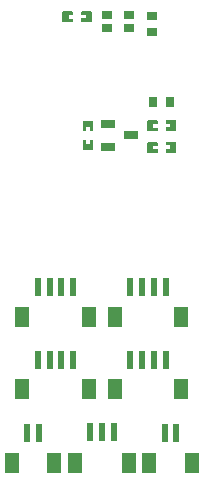
<source format=gtp>
G04 Layer: TopPasteMaskLayer*
G04 EasyEDA Pro v2.2.36.7, 2025-07-16 21:13:32*
G04 Gerber Generator version 0.3*
G04 Scale: 100 percent, Rotated: No, Reflected: No*
G04 Dimensions in millimeters*
G04 Leading zeros omitted, absolute positions, 4 integers and 5 decimals*
%FSLAX45Y45*%
%MOMM*%
%ADD10R,0.6X1.55001*%
%ADD11R,1.2X1.8*%
%ADD12R,1.25001X0.7*%
%ADD13R,0.6X1.5*%
%ADD14R,0.8X0.9*%
%ADD15R,0.6X1.55001*%
%ADD16R,1.2X1.8*%
%ADD17R,0.9X0.7*%
%ADD18R,0.9X0.8*%
G75*


G04 PolygonModel Start*
G36*
G01X-298999Y957702D02*
G01X-298999Y877702D01*
G01X-293997Y872701D01*
G01X-271201Y872701D01*
G01X-271201Y909701D01*
G01X-238201Y909701D01*
G01X-238201Y872701D01*
G01X-213998Y872701D01*
G01X-208999Y877702D01*
G01X-208999Y957702D01*
G01X-213998Y962701D01*
G01X-293997Y962701D01*
G01X-298999Y957702D01*
G37*
G36*
G01X-209001Y718698D02*
G01X-209001Y798698D01*
G01X-214003Y803699D01*
G01X-236799Y803699D01*
G01X-236799Y766699D01*
G01X-269799Y766699D01*
G01X-269799Y803699D01*
G01X-294002Y803699D01*
G01X-299001Y798698D01*
G01X-299001Y718698D01*
G01X-294002Y713699D01*
G01X-214003Y713699D01*
G01X-209001Y718698D01*
G37*
G36*
G01X248798Y691601D02*
G01X328798Y691601D01*
G01X333799Y696603D01*
G01X333799Y719399D01*
G01X296799Y719399D01*
G01X296799Y752399D01*
G01X333799Y752399D01*
G01X333799Y776602D01*
G01X328798Y781601D01*
G01X248798Y781601D01*
G01X243799Y776602D01*
G01X243799Y696603D01*
G01X248798Y691601D01*
G37*
G36*
G01X487802Y781599D02*
G01X407802Y781599D01*
G01X402801Y776597D01*
G01X402801Y753801D01*
G01X439801Y753801D01*
G01X439801Y720801D01*
G01X402801Y720801D01*
G01X402801Y696598D01*
G01X407802Y691599D01*
G01X487802Y691599D01*
G01X492801Y696598D01*
G01X492801Y776597D01*
G01X487802Y781599D01*
G37*
G36*
G01X487802Y967019D02*
G01X407802Y967019D01*
G01X402801Y962017D01*
G01X402801Y939221D01*
G01X439801Y939221D01*
G01X439801Y906221D01*
G01X402801Y906221D01*
G01X402801Y882018D01*
G01X407802Y877019D01*
G01X487802Y877019D01*
G01X492801Y882018D01*
G01X492801Y962017D01*
G01X487802Y967019D01*
G37*
G36*
G01X248798Y877021D02*
G01X328798Y877021D01*
G01X333799Y882023D01*
G01X333799Y904819D01*
G01X296799Y904819D01*
G01X296799Y937819D01*
G01X333799Y937819D01*
G01X333799Y962022D01*
G01X328798Y967021D01*
G01X248798Y967021D01*
G01X243799Y962022D01*
G01X243799Y882023D01*
G01X248798Y877021D01*
G37*
G36*
G01X-466466Y1799549D02*
G01X-386466Y1799549D01*
G01X-381465Y1804551D01*
G01X-381465Y1827347D01*
G01X-418465Y1827347D01*
G01X-418465Y1860347D01*
G01X-381465Y1860347D01*
G01X-381465Y1884550D01*
G01X-386466Y1889549D01*
G01X-466466Y1889549D01*
G01X-471465Y1884550D01*
G01X-471465Y1804551D01*
G01X-466466Y1799549D01*
G37*
G36*
G01X-227462Y1889547D02*
G01X-307462Y1889547D01*
G01X-312463Y1884545D01*
G01X-312463Y1861749D01*
G01X-275463Y1861749D01*
G01X-275463Y1828749D01*
G01X-312463Y1828749D01*
G01X-312463Y1804546D01*
G01X-307462Y1799547D01*
G01X-227462Y1799547D01*
G01X-222463Y1804546D01*
G01X-222463Y1884545D01*
G01X-227462Y1889547D01*
G37*

G04 Pad Start*
G54D10*
G01X-668871Y-1683347D03*
G01X-768871Y-1683347D03*
G54D11*
G01X-539077Y-1933359D03*
G01X-899071Y-1933359D03*
G54D12*
G01X-87300Y933196D03*
G01X-87300Y743204D03*
G01X112700Y838200D03*
G54D10*
G01X492925Y-1683347D03*
G01X392925Y-1683347D03*
G54D11*
G01X622719Y-1933359D03*
G01X262725Y-1933359D03*
G01X91834Y-1933407D03*
G01X-368186Y-1933382D03*
G54D13*
G01X-238188Y-1673393D03*
G01X-138189Y-1673393D03*
G01X-38163Y-1673393D03*
G54D14*
G01X438297Y1117600D03*
G01X298293Y1117600D03*
G54D15*
G01X-380098Y-445249D03*
G01X-480098Y-445249D03*
G01X-580098Y-445249D03*
G01X-680098Y-445249D03*
G54D16*
G01X-250101Y-697751D03*
G01X-810095Y-697751D03*
G54D15*
G01X404000Y-445249D03*
G01X304000Y-445249D03*
G01X204000Y-445249D03*
G01X104000Y-445249D03*
G54D16*
G01X533997Y-697751D03*
G01X-25997Y-697751D03*
G54D15*
G01X404000Y-1060183D03*
G01X304000Y-1060183D03*
G01X204000Y-1060183D03*
G01X104000Y-1060183D03*
G54D16*
G01X533997Y-1312685D03*
G01X-25997Y-1312685D03*
G54D15*
G01X-380098Y-1060183D03*
G01X-480098Y-1060183D03*
G01X-580098Y-1060183D03*
G01X-680098Y-1060183D03*
G54D16*
G01X-250101Y-1312685D03*
G01X-810095Y-1312685D03*
G54D17*
G01X91504Y1745856D03*
G01X91504Y1855864D03*
G01X-91503Y1855864D03*
G01X-91503Y1745856D03*
G54D18*
G01X283210Y1711046D03*
G01X283210Y1851050D03*
G04 Pad End*

M02*


</source>
